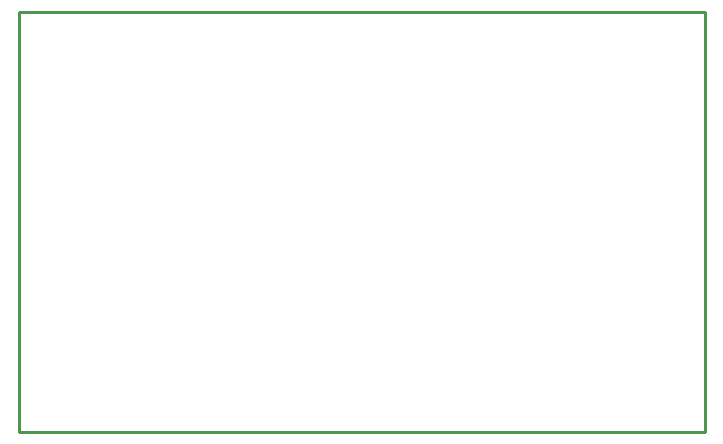
<source format=gbr>
G04 EAGLE Gerber RS-274X export*
G75*
%MOMM*%
%FSLAX34Y34*%
%LPD*%
%IN*%
%IPPOS*%
%AMOC8*
5,1,8,0,0,1.08239X$1,22.5*%
G01*
%ADD10C,0.254000*%


D10*
X215900Y304800D02*
X796800Y304800D01*
X796800Y660300D01*
X215900Y660300D01*
X215900Y304800D01*
M02*

</source>
